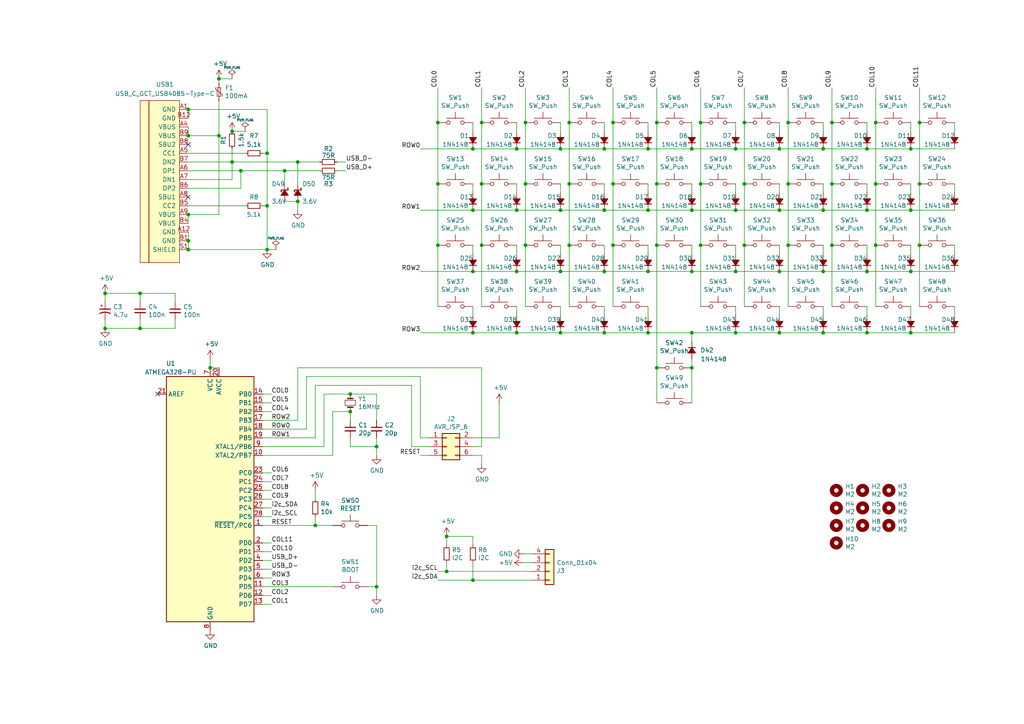
<source format=kicad_sch>
(kicad_sch (version 20211123) (generator eeschema)
  (paper "A4")
  (junction (at 238.76 43.18))
  (junction (at 109.22 170.18))
  (junction (at 213.36 43.18))
  (junction (at 30.48 85.09))
  (junction (at 54.61 72.39))
  (junction (at 226.06 78.74))
  (junction (at 177.8 71.12))
  (junction (at 187.96 43.18))
  (junction (at 241.3 71.12))
  (junction (at 266.7 71.12))
  (junction (at 77.47 72.39))
  (junction (at 91.44 152.4))
  (junction (at 137.16 78.74))
  (junction (at 30.48 95.25))
  (junction (at 67.31 46.99))
  (junction (at 177.8 35.56))
  (junction (at 266.7 35.56))
  (junction (at 187.96 78.74))
  (junction (at 63.5 22.86))
  (junction (at 190.5 106.68))
  (junction (at 254 53.34))
  (junction (at 127 53.34))
  (junction (at 129.54 165.735))
  (junction (at 177.8 53.34))
  (junction (at 187.96 96.52))
  (junction (at 139.7 35.56))
  (junction (at 238.76 78.74))
  (junction (at 139.7 71.12))
  (junction (at 203.2 35.56))
  (junction (at 251.46 96.52))
  (junction (at 149.86 60.96))
  (junction (at 264.16 60.96))
  (junction (at 238.76 96.52))
  (junction (at 149.86 96.52))
  (junction (at 254 35.56))
  (junction (at 54.61 62.23))
  (junction (at 241.3 35.56))
  (junction (at 203.2 53.34))
  (junction (at 264.16 43.18))
  (junction (at 101.6 114.3))
  (junction (at 77.47 59.69))
  (junction (at 139.7 53.34))
  (junction (at 109.22 129.54))
  (junction (at 190.5 35.56))
  (junction (at 149.86 78.74))
  (junction (at 190.5 71.12))
  (junction (at 241.3 53.34))
  (junction (at 40.64 85.09))
  (junction (at 137.16 96.52))
  (junction (at 69.85 49.53))
  (junction (at 152.4 35.56))
  (junction (at 203.2 71.12))
  (junction (at 175.26 96.52))
  (junction (at 215.9 35.56))
  (junction (at 86.36 58.42))
  (junction (at 77.47 44.45))
  (junction (at 165.1 53.34))
  (junction (at 264.16 96.52))
  (junction (at 200.66 43.18))
  (junction (at 226.06 60.96))
  (junction (at 215.9 71.12))
  (junction (at 264.16 78.74))
  (junction (at 187.96 60.96))
  (junction (at 162.56 43.18))
  (junction (at 190.5 53.34))
  (junction (at 228.6 71.12))
  (junction (at 213.36 60.96))
  (junction (at 40.64 95.25))
  (junction (at 200.66 106.68))
  (junction (at 129.54 155.575))
  (junction (at 137.16 60.96))
  (junction (at 215.9 53.34))
  (junction (at 149.86 43.18))
  (junction (at 213.36 78.74))
  (junction (at 162.56 60.96))
  (junction (at 254 71.12))
  (junction (at 67.31 38.1))
  (junction (at 251.46 43.18))
  (junction (at 127 35.56))
  (junction (at 82.55 49.53))
  (junction (at 226.06 43.18))
  (junction (at 127 71.12))
  (junction (at 60.96 106.68))
  (junction (at 175.26 78.74))
  (junction (at 200.66 78.74))
  (junction (at 226.06 96.52))
  (junction (at 200.66 60.96))
  (junction (at 175.26 60.96))
  (junction (at 162.56 78.74))
  (junction (at 63.5 39.37))
  (junction (at 165.1 35.56))
  (junction (at 137.16 43.18))
  (junction (at 213.36 96.52))
  (junction (at 86.36 46.99))
  (junction (at 152.4 53.34))
  (junction (at 165.1 71.12))
  (junction (at 228.6 35.56))
  (junction (at 251.46 78.74))
  (junction (at 228.6 53.34))
  (junction (at 152.4 71.12))
  (junction (at 137.16 168.275))
  (junction (at 54.61 69.85))
  (junction (at 200.66 96.52))
  (junction (at 266.7 53.34))
  (junction (at 54.61 39.37))
  (junction (at 162.56 96.52))
  (junction (at 101.6 119.38))
  (junction (at 251.46 60.96))
  (junction (at 175.26 43.18))
  (junction (at 54.61 31.75))
  (junction (at 238.76 60.96))
  (no_connect (at 45.72 114.3))
  (no_connect (at 54.61 41.91))
  (no_connect (at 54.61 57.15))
  (wire (pts (xy 88.9 109.22) (xy 121.92 109.22)))
  (wire (pts (xy 226.06 43.18) (xy 238.76 43.18)))
  (wire (pts (xy 226.06 71.12) (xy 226.06 73.66)))
  (wire (pts (xy 127 71.12) (xy 127 53.34)))
  (wire (pts (xy 50.8 85.09) (xy 50.8 87.63)))
  (wire (pts (xy 266.7 88.9) (xy 266.7 71.12)))
  (wire (pts (xy 177.8 88.9) (xy 177.8 71.12)))
  (wire (pts (xy 200.66 106.68) (xy 200.66 116.84)))
  (wire (pts (xy 139.7 132.08) (xy 139.7 134.62)))
  (wire (pts (xy 203.2 88.9) (xy 203.2 71.12)))
  (wire (pts (xy 213.36 78.74) (xy 226.06 78.74)))
  (wire (pts (xy 215.9 53.34) (xy 215.9 35.56)))
  (wire (pts (xy 76.2 147.32) (xy 78.74 147.32)))
  (wire (pts (xy 266.7 53.34) (xy 266.7 35.56)))
  (wire (pts (xy 76.2 162.56) (xy 78.74 162.56)))
  (wire (pts (xy 54.61 31.75) (xy 54.61 34.29)))
  (wire (pts (xy 177.8 35.56) (xy 177.8 25.4)))
  (wire (pts (xy 54.61 69.85) (xy 54.61 72.39)))
  (wire (pts (xy 67.31 46.99) (xy 86.36 46.99)))
  (wire (pts (xy 175.26 60.96) (xy 187.96 60.96)))
  (wire (pts (xy 162.56 71.12) (xy 162.56 73.66)))
  (wire (pts (xy 54.61 49.53) (xy 69.85 49.53)))
  (wire (pts (xy 238.76 88.9) (xy 238.76 91.44)))
  (wire (pts (xy 203.2 71.12) (xy 203.2 53.34)))
  (wire (pts (xy 149.86 96.52) (xy 162.56 96.52)))
  (wire (pts (xy 251.46 35.56) (xy 251.46 38.1)))
  (wire (pts (xy 200.66 78.74) (xy 213.36 78.74)))
  (wire (pts (xy 241.3 71.12) (xy 241.3 53.34)))
  (wire (pts (xy 162.56 35.56) (xy 162.56 38.1)))
  (wire (pts (xy 82.55 49.53) (xy 92.71 49.53)))
  (wire (pts (xy 149.86 71.12) (xy 149.86 73.66)))
  (wire (pts (xy 165.1 88.9) (xy 165.1 71.12)))
  (wire (pts (xy 121.92 78.74) (xy 137.16 78.74)))
  (wire (pts (xy 264.16 78.74) (xy 276.86 78.74)))
  (wire (pts (xy 124.46 132.08) (xy 121.92 132.08)))
  (wire (pts (xy 264.16 35.56) (xy 264.16 38.1)))
  (wire (pts (xy 238.76 43.18) (xy 251.46 43.18)))
  (wire (pts (xy 109.22 129.54) (xy 109.22 127)))
  (wire (pts (xy 96.52 119.38) (xy 96.52 132.08)))
  (wire (pts (xy 139.7 88.9) (xy 139.7 71.12)))
  (wire (pts (xy 175.26 88.9) (xy 175.26 91.44)))
  (wire (pts (xy 162.56 43.18) (xy 175.26 43.18)))
  (wire (pts (xy 162.56 96.52) (xy 175.26 96.52)))
  (wire (pts (xy 54.61 44.45) (xy 71.12 44.45)))
  (wire (pts (xy 266.7 71.12) (xy 266.7 53.34)))
  (wire (pts (xy 101.6 119.38) (xy 96.52 119.38)))
  (wire (pts (xy 251.46 71.12) (xy 251.46 73.66)))
  (wire (pts (xy 76.2 124.46) (xy 88.9 124.46)))
  (wire (pts (xy 40.64 95.25) (xy 30.48 95.25)))
  (wire (pts (xy 100.33 46.99) (xy 97.79 46.99)))
  (wire (pts (xy 30.48 85.09) (xy 30.48 87.63)))
  (wire (pts (xy 78.74 137.16) (xy 76.2 137.16)))
  (wire (pts (xy 238.76 96.52) (xy 251.46 96.52)))
  (wire (pts (xy 63.5 22.86) (xy 67.31 22.86)))
  (wire (pts (xy 276.86 35.56) (xy 276.86 38.1)))
  (wire (pts (xy 139.7 106.68) (xy 139.7 129.54)))
  (wire (pts (xy 60.96 106.68) (xy 63.5 106.68)))
  (wire (pts (xy 76.2 152.4) (xy 91.44 152.4)))
  (wire (pts (xy 91.44 144.78) (xy 91.44 142.24)))
  (wire (pts (xy 149.86 88.9) (xy 149.86 91.44)))
  (wire (pts (xy 100.33 49.53) (xy 97.79 49.53)))
  (wire (pts (xy 213.36 60.96) (xy 226.06 60.96)))
  (wire (pts (xy 152.4 88.9) (xy 152.4 71.12)))
  (wire (pts (xy 165.1 53.34) (xy 165.1 35.56)))
  (wire (pts (xy 101.6 119.38) (xy 101.6 121.92)))
  (wire (pts (xy 200.66 43.18) (xy 213.36 43.18)))
  (wire (pts (xy 151.765 163.195) (xy 154.305 163.195)))
  (wire (pts (xy 187.96 78.74) (xy 200.66 78.74)))
  (wire (pts (xy 30.48 85.09) (xy 40.64 85.09)))
  (wire (pts (xy 149.86 60.96) (xy 162.56 60.96)))
  (wire (pts (xy 152.4 35.56) (xy 152.4 25.4)))
  (wire (pts (xy 162.56 60.96) (xy 175.26 60.96)))
  (wire (pts (xy 54.61 46.99) (xy 67.31 46.99)))
  (wire (pts (xy 251.46 43.18) (xy 264.16 43.18)))
  (wire (pts (xy 137.16 132.08) (xy 139.7 132.08)))
  (wire (pts (xy 77.47 72.39) (xy 80.01 72.39)))
  (wire (pts (xy 121.92 60.96) (xy 137.16 60.96)))
  (wire (pts (xy 226.06 53.34) (xy 226.06 55.88)))
  (wire (pts (xy 213.36 88.9) (xy 213.36 91.44)))
  (wire (pts (xy 96.52 132.08) (xy 76.2 132.08)))
  (wire (pts (xy 251.46 53.34) (xy 251.46 55.88)))
  (wire (pts (xy 124.46 127) (xy 121.92 127)))
  (wire (pts (xy 50.8 92.71) (xy 50.8 95.25)))
  (wire (pts (xy 54.61 39.37) (xy 63.5 39.37)))
  (wire (pts (xy 93.98 114.3) (xy 93.98 129.54)))
  (wire (pts (xy 69.85 49.53) (xy 82.55 49.53)))
  (wire (pts (xy 254 35.56) (xy 254 25.4)))
  (wire (pts (xy 213.36 96.52) (xy 226.06 96.52)))
  (wire (pts (xy 76.2 127) (xy 91.44 127)))
  (wire (pts (xy 127 35.56) (xy 127 25.4)))
  (wire (pts (xy 71.12 38.1) (xy 67.31 38.1)))
  (wire (pts (xy 187.96 71.12) (xy 187.96 73.66)))
  (wire (pts (xy 127 88.9) (xy 127 71.12)))
  (wire (pts (xy 238.76 35.56) (xy 238.76 38.1)))
  (wire (pts (xy 276.86 53.34) (xy 276.86 55.88)))
  (wire (pts (xy 121.92 43.18) (xy 137.16 43.18)))
  (wire (pts (xy 144.78 127) (xy 137.16 127)))
  (wire (pts (xy 54.61 59.69) (xy 71.12 59.69)))
  (wire (pts (xy 76.2 149.86) (xy 78.74 149.86)))
  (wire (pts (xy 200.66 104.14) (xy 200.66 106.68)))
  (wire (pts (xy 149.86 53.34) (xy 149.86 55.88)))
  (wire (pts (xy 251.46 88.9) (xy 251.46 91.44)))
  (wire (pts (xy 254 53.34) (xy 254 35.56)))
  (wire (pts (xy 76.2 172.72) (xy 78.74 172.72)))
  (wire (pts (xy 76.2 167.64) (xy 78.74 167.64)))
  (wire (pts (xy 109.22 132.08) (xy 109.22 129.54)))
  (wire (pts (xy 86.36 46.99) (xy 92.71 46.99)))
  (wire (pts (xy 76.2 170.18) (xy 96.52 170.18)))
  (wire (pts (xy 213.36 35.56) (xy 213.36 38.1)))
  (wire (pts (xy 60.96 104.14) (xy 60.96 106.68)))
  (wire (pts (xy 119.38 111.76) (xy 91.44 111.76)))
  (wire (pts (xy 127 168.275) (xy 137.16 168.275)))
  (wire (pts (xy 175.26 43.18) (xy 187.96 43.18)))
  (wire (pts (xy 215.9 35.56) (xy 215.9 25.4)))
  (wire (pts (xy 54.61 52.07) (xy 67.31 52.07)))
  (wire (pts (xy 213.36 71.12) (xy 213.36 73.66)))
  (wire (pts (xy 139.7 35.56) (xy 139.7 25.4)))
  (wire (pts (xy 238.76 71.12) (xy 238.76 73.66)))
  (wire (pts (xy 228.6 35.56) (xy 228.6 25.4)))
  (wire (pts (xy 187.96 43.18) (xy 200.66 43.18)))
  (wire (pts (xy 251.46 78.74) (xy 264.16 78.74)))
  (wire (pts (xy 78.74 157.48) (xy 76.2 157.48)))
  (wire (pts (xy 91.44 111.76) (xy 91.44 127)))
  (wire (pts (xy 76.2 119.38) (xy 78.74 119.38)))
  (wire (pts (xy 264.16 88.9) (xy 264.16 91.44)))
  (wire (pts (xy 162.56 53.34) (xy 162.56 55.88)))
  (wire (pts (xy 215.9 88.9) (xy 215.9 71.12)))
  (wire (pts (xy 91.44 149.86) (xy 91.44 152.4)))
  (wire (pts (xy 101.6 127) (xy 101.6 129.54)))
  (wire (pts (xy 82.55 53.34) (xy 82.55 49.53)))
  (wire (pts (xy 200.66 35.56) (xy 200.66 38.1)))
  (wire (pts (xy 251.46 96.52) (xy 264.16 96.52)))
  (wire (pts (xy 254 88.9) (xy 254 71.12)))
  (wire (pts (xy 54.61 54.61) (xy 69.85 54.61)))
  (wire (pts (xy 137.16 129.54) (xy 139.7 129.54)))
  (wire (pts (xy 137.16 155.575) (xy 137.16 158.115)))
  (wire (pts (xy 129.54 155.575) (xy 129.54 158.115)))
  (wire (pts (xy 50.8 95.25) (xy 40.64 95.25)))
  (wire (pts (xy 40.64 92.71) (xy 40.64 95.25)))
  (wire (pts (xy 76.2 139.7) (xy 78.74 139.7)))
  (wire (pts (xy 139.7 53.34) (xy 139.7 35.56)))
  (wire (pts (xy 187.96 88.9) (xy 187.96 91.44)))
  (wire (pts (xy 276.86 71.12) (xy 276.86 73.66)))
  (wire (pts (xy 127 53.34) (xy 127 35.56)))
  (wire (pts (xy 162.56 88.9) (xy 162.56 91.44)))
  (wire (pts (xy 67.31 52.07) (xy 67.31 46.99)))
  (wire (pts (xy 200.66 96.52) (xy 213.36 96.52)))
  (wire (pts (xy 238.76 60.96) (xy 251.46 60.96)))
  (wire (pts (xy 190.5 53.34) (xy 190.5 35.56)))
  (wire (pts (xy 121.92 96.52) (xy 137.16 96.52)))
  (wire (pts (xy 137.16 60.96) (xy 149.86 60.96)))
  (wire (pts (xy 88.9 124.46) (xy 88.9 109.22)))
  (wire (pts (xy 226.06 96.52) (xy 238.76 96.52)))
  (wire (pts (xy 54.61 67.31) (xy 54.61 69.85)))
  (wire (pts (xy 264.16 96.52) (xy 276.86 96.52)))
  (wire (pts (xy 40.64 85.09) (xy 50.8 85.09)))
  (wire (pts (xy 76.2 114.3) (xy 78.74 114.3)))
  (wire (pts (xy 149.86 78.74) (xy 162.56 78.74)))
  (wire (pts (xy 175.26 96.52) (xy 187.96 96.52)))
  (wire (pts (xy 200.66 60.96) (xy 213.36 60.96)))
  (wire (pts (xy 106.68 152.4) (xy 109.22 152.4)))
  (wire (pts (xy 137.16 96.52) (xy 149.86 96.52)))
  (wire (pts (xy 137.16 163.195) (xy 137.16 168.275)))
  (wire (pts (xy 251.46 60.96) (xy 264.16 60.96)))
  (wire (pts (xy 137.16 53.34) (xy 137.16 55.88)))
  (wire (pts (xy 264.16 71.12) (xy 264.16 73.66)))
  (wire (pts (xy 187.96 96.52) (xy 200.66 96.52)))
  (wire (pts (xy 54.61 31.75) (xy 77.47 31.75)))
  (wire (pts (xy 137.16 88.9) (xy 137.16 91.44)))
  (wire (pts (xy 187.96 35.56) (xy 187.96 38.1)))
  (wire (pts (xy 190.5 106.68) (xy 190.5 116.84)))
  (wire (pts (xy 177.8 53.34) (xy 177.8 35.56)))
  (wire (pts (xy 101.6 129.54) (xy 109.22 129.54)))
  (wire (pts (xy 139.7 71.12) (xy 139.7 53.34)))
  (wire (pts (xy 226.06 35.56) (xy 226.06 38.1)))
  (wire (pts (xy 54.61 36.83) (xy 54.61 39.37)))
  (wire (pts (xy 266.7 35.56) (xy 266.7 25.4)))
  (wire (pts (xy 175.26 35.56) (xy 175.26 38.1)))
  (wire (pts (xy 175.26 78.74) (xy 187.96 78.74)))
  (wire (pts (xy 86.36 53.34) (xy 86.36 46.99)))
  (wire (pts (xy 187.96 60.96) (xy 200.66 60.96)))
  (wire (pts (xy 76.2 165.1) (xy 78.74 165.1)))
  (wire (pts (xy 77.47 59.69) (xy 77.47 72.39)))
  (wire (pts (xy 215.9 71.12) (xy 215.9 53.34)))
  (wire (pts (xy 109.22 170.18) (xy 109.22 172.72)))
  (wire (pts (xy 76.2 175.26) (xy 78.74 175.26)))
  (wire (pts (xy 137.16 43.18) (xy 149.86 43.18)))
  (wire (pts (xy 238.76 53.34) (xy 238.76 55.88)))
  (wire (pts (xy 200.66 99.06) (xy 200.66 96.52)))
  (wire (pts (xy 82.55 58.42) (xy 86.36 58.42)))
  (wire (pts (xy 190.5 35.56) (xy 190.5 25.4)))
  (wire (pts (xy 152.4 53.34) (xy 152.4 35.56)))
  (wire (pts (xy 129.54 165.735) (xy 127 165.735)))
  (wire (pts (xy 241.3 35.56) (xy 241.3 25.4)))
  (wire (pts (xy 76.2 44.45) (xy 77.47 44.45)))
  (wire (pts (xy 137.16 71.12) (xy 137.16 73.66)))
  (wire (pts (xy 54.61 64.77) (xy 54.61 62.23)))
  (wire (pts (xy 109.22 114.3) (xy 109.22 121.92)))
  (wire (pts (xy 149.86 35.56) (xy 149.86 38.1)))
  (wire (pts (xy 86.36 106.68) (xy 139.7 106.68)))
  (wire (pts (xy 76.2 121.92) (xy 86.36 121.92)))
  (wire (pts (xy 165.1 35.56) (xy 165.1 25.4)))
  (wire (pts (xy 200.66 71.12) (xy 200.66 73.66)))
  (wire (pts (xy 175.26 53.34) (xy 175.26 55.88)))
  (wire (pts (xy 203.2 53.34) (xy 203.2 35.56)))
  (wire (pts (xy 76.2 160.02) (xy 78.74 160.02)))
  (wire (pts (xy 264.16 53.34) (xy 264.16 55.88)))
  (wire (pts (xy 175.26 71.12) (xy 175.26 73.66)))
  (wire (pts (xy 213.36 43.18) (xy 226.06 43.18)))
  (wire (pts (xy 165.1 71.12) (xy 165.1 53.34)))
  (wire (pts (xy 226.06 88.9) (xy 226.06 91.44)))
  (wire (pts (xy 40.64 85.09) (xy 40.64 87.63)))
  (wire (pts (xy 241.3 88.9) (xy 241.3 71.12)))
  (wire (pts (xy 93.98 129.54) (xy 76.2 129.54)))
  (wire (pts (xy 228.6 53.34) (xy 228.6 35.56)))
  (wire (pts (xy 121.92 109.22) (xy 121.92 127)))
  (wire (pts (xy 254 71.12) (xy 254 53.34)))
  (wire (pts (xy 137.16 78.74) (xy 149.86 78.74)))
  (wire (pts (xy 144.78 116.84) (xy 144.78 127)))
  (wire (pts (xy 187.96 53.34) (xy 187.96 55.88)))
  (wire (pts (xy 190.5 71.12) (xy 190.5 53.34)))
  (wire (pts (xy 54.61 62.23) (xy 63.5 62.23)))
  (wire (pts (xy 226.06 78.74) (xy 238.76 78.74)))
  (wire (pts (xy 69.85 54.61) (xy 69.85 49.53)))
  (wire (pts (xy 93.98 114.3) (xy 101.6 114.3)))
  (wire (pts (xy 152.4 71.12) (xy 152.4 53.34)))
  (wire (pts (xy 63.5 22.86) (xy 63.5 24.13)))
  (wire (pts (xy 30.48 92.71) (xy 30.48 95.25)))
  (wire (pts (xy 77.47 44.45) (xy 77.47 59.69)))
  (wire (pts (xy 228.6 88.9) (xy 228.6 71.12)))
  (wire (pts (xy 190.5 71.12) (xy 190.5 106.68)))
  (wire (pts (xy 213.36 53.34) (xy 213.36 55.88)))
  (wire (pts (xy 200.66 53.34) (xy 200.66 55.88)))
  (wire (pts (xy 238.76 78.74) (xy 251.46 78.74)))
  (wire (pts (xy 129.54 155.575) (xy 137.16 155.575)))
  (wire (pts (xy 106.68 170.18) (xy 109.22 170.18)))
  (wire (pts (xy 241.3 53.34) (xy 241.3 35.56)))
  (wire (pts (xy 276.86 88.9) (xy 276.86 91.44)))
  (wire (pts (xy 76.2 116.84) (xy 78.74 116.84)))
  (wire (pts (xy 119.38 129.54) (xy 124.46 129.54)))
  (wire (pts (xy 101.6 114.3) (xy 109.22 114.3)))
  (wire (pts (xy 264.16 43.18) (xy 276.86 43.18)))
  (wire (pts (xy 149.86 43.18) (xy 162.56 43.18)))
  (wire (pts (xy 151.765 160.655) (xy 154.305 160.655)))
  (wire (pts (xy 264.16 60.96) (xy 276.86 60.96)))
  (wire (pts (xy 63.5 39.37) (xy 63.5 62.23)))
  (wire (pts (xy 67.31 43.18) (xy 67.31 46.99)))
  (wire (pts (xy 119.38 129.54) (xy 119.38 111.76)))
  (wire (pts (xy 203.2 35.56) (xy 203.2 25.4)))
  (wire (pts (xy 137.16 35.56) (xy 137.16 38.1)))
  (wire (pts (xy 129.54 165.735) (xy 154.305 165.735)))
  (wire (pts (xy 76.2 142.24) (xy 78.74 142.24)))
  (wire (pts (xy 226.06 60.96) (xy 238.76 60.96)))
  (wire (pts (xy 228.6 71.12) (xy 228.6 53.34)))
  (wire (pts (xy 54.61 72.39) (xy 77.47 72.39)))
  (wire (pts (xy 86.36 121.92) (xy 86.36 106.68)))
  (wire (pts (xy 91.44 152.4) (xy 96.52 152.4)))
  (wire (pts (xy 76.2 59.69) (xy 77.47 59.69)))
  (wire (pts (xy 77.47 31.75) (xy 77.47 44.45)))
  (wire (pts (xy 76.2 144.78) (xy 78.74 144.78)))
  (wire (pts (xy 137.16 168.275) (xy 154.305 168.275)))
  (wire (pts (xy 63.5 39.37) (xy 63.5 29.21)))
  (wire (pts (xy 129.54 163.195) (xy 129.54 165.735)))
  (wire (pts (xy 86.36 60.96) (xy 86.36 58.42)))
  (wire (pts (xy 162.56 78.74) (xy 175.26 78.74)))
  (wire (pts (xy 109.22 152.4) (xy 109.22 170.18)))
  (wire (pts (xy 177.8 71.12) (xy 177.8 53.34)))
  (label "COL0" (at 127 25.4 90))
  (label "COL6" (at 203.2 25.4 90))
  (label "i2c_SDA" (at 78.74 147.32 0))
  (label "USB_D+" (at 78.74 162.56 0))
  (label "ROW1" (at 78.74 127 0))
  (label "COL6" (at 78.74 137.16 0))
  (label "ROW0" (at 121.92 43.18 180))
  (label "COL5" (at 78.74 116.84 0))
  (label "i2c_SDA" (at 127 168.275 180))
  (label "COL11" (at 266.7 25.4 90))
  (label "COL9" (at 78.74 144.78 0))
  (label "USB_D-" (at 78.74 165.1 0))
  (label "COL8" (at 228.6 25.4 90))
  (label "USB_D-" (at 100.33 46.99 0))
  (label "ROW2" (at 121.92 78.74 180))
  (label "COL7" (at 78.74 139.7 0))
  (label "i2c_SCL" (at 127 165.735 180))
  (label "COL3" (at 78.74 170.18 0))
  (label "COL3" (at 165.1 25.4 90))
  (label "USB_D+" (at 100.33 49.53 0))
  (label "COL2" (at 152.4 25.4 90))
  (label "COL10" (at 78.74 160.02 0))
  (label "ROW1" (at 121.92 60.96 180))
  (label "COL7" (at 215.9 25.4 90))
  (label "COL1" (at 139.7 25.4 90))
  (label "ROW0" (at 78.74 124.46 0))
  (label "COL5" (at 190.5 25.4 90))
  (label "COL2" (at 78.74 172.72 0))
  (label "COL11" (at 78.74 157.48 0))
  (label "COL4" (at 177.8 25.4 90))
  (label "i2c_SCL" (at 78.74 149.86 0))
  (label "ROW3" (at 78.74 167.64 0))
  (label "COL9" (at 241.3 25.4 90))
  (label "RESET" (at 78.74 152.4 0))
  (label "COL0" (at 78.74 114.3 0))
  (label "ROW2" (at 78.74 121.92 0))
  (label "COL8" (at 78.74 142.24 0))
  (label "COL4" (at 78.74 119.38 0))
  (label "COL10" (at 254 25.4 90))
  (label "RESET" (at 121.92 132.08 180))
  (label "ROW3" (at 121.92 96.52 180))
  (label "COL1" (at 78.74 175.26 0))
  (symbol (lib_id "Switch:SW_Push") (at 132.08 35.56 0) (mirror y) (unit 1)
    (property "Reference" "SW1" (at 132.08 28.321 0))
    (property "Value" "SW_Push" (at 132.08 30.6324 0))
    (property "Footprint" "SMKJP:SW_Cherry_MX1A_1.00u_PCB" (effects hide))
  )
  (symbol (lib_id "Device:D_Small_ALT") (at 137.16 40.64 270) (mirror x) (unit 1)
    (property "Reference" "D1" (at 133.35 39.37 90) (effects (justify left)))
    (property "Value" "1N4148" (at 128.27 41.91 90) (effects (justify left)))
    (property "Footprint" "dm9_rc:D_DO-35_SOD27_P5.08mm_Horizontal" (effects hide))
  )
  (symbol (lib_id "Switch:SW_Push") (at 195.58 116.84 0) (mirror y) (unit 1)
    (property "Reference" "SW49" (at 195.58 109.601 0))
    (property "Value" "SW_Push" (at 195.58 111.9124 0))
    (property "Footprint" "SMKJP:SW_Cherry_MX1A_2.0U_PCB_universal_center" (effects hide))
  )
  (symbol (lib_id "Switch:SW_Push") (at 132.08 53.34 0) (mirror y) (unit 1)
    (property "Reference" "SW13" (at 132.08 46.101 0))
    (property "Value" "SW_Push" (at 132.08 48.4124 0))
    (property "Footprint" "SMKJP:SW_Cherry_MX1A_1.00u_PCB" (effects hide))
  )
  (symbol (lib_id "Device:D_Small_ALT") (at 137.16 58.42 270) (mirror x) (unit 1)
    (property "Reference" "D13" (at 133.35 57.15 90) (effects (justify left)))
    (property "Value" "1N4148" (at 128.27 59.69 90) (effects (justify left)))
    (property "Footprint" "dm9_rc:D_DO-35_SOD27_P5.08mm_Horizontal" (effects hide))
  )
  (symbol (lib_id "Switch:SW_Push") (at 132.08 71.12 0) (mirror y) (unit 1)
    (property "Reference" "SW25" (at 132.08 63.881 0))
    (property "Value" "SW_Push" (at 132.08 66.1924 0))
    (property "Footprint" "SMKJP:SW_Cherry_MX1A_1.00u_PCB" (effects hide))
  )
  (symbol (lib_id "Device:D_Small_ALT") (at 137.16 76.2 270) (mirror x) (unit 1)
    (property "Reference" "D25" (at 133.35 74.93 90) (effects (justify left)))
    (property "Value" "1N4148" (at 128.27 77.47 90) (effects (justify left)))
    (property "Footprint" "dm9_rc:D_DO-35_SOD27_P5.08mm_Horizontal" (effects hide))
  )
  (symbol (lib_id "Switch:SW_Push") (at 132.08 88.9 0) (mirror y) (unit 1)
    (property "Reference" "SW37" (at 132.08 81.661 0))
    (property "Value" "SW_Push" (at 132.08 83.9724 0))
    (property "Footprint" "SMKJP:SW_Cherry_MX1A_1.00u_PCB" (effects hide))
  )
  (symbol (lib_id "Device:D_Small_ALT") (at 137.16 93.98 270) (mirror x) (unit 1)
    (property "Reference" "D37" (at 133.35 92.71 90) (effects (justify left)))
    (property "Value" "1N4148" (at 128.27 95.25 90) (effects (justify left)))
    (property "Footprint" "dm9_rc:D_DO-35_SOD27_P5.08mm_Horizontal" (effects hide))
  )
  (symbol (lib_id "power:PWR_FLAG") (at 67.31 22.86 0) (unit 1)
    (property "Reference" "#FLG0101" (effects hide))
    (property "Value" "PWR_FLAG" (at 67.31 19.5834 0) (effects (font (size 0.635 0.635))))
  )
  (symbol (lib_id "power:PWR_FLAG") (at 80.01 72.39 0) (unit 1)
    (property "Reference" "#FLG0102" (effects hide))
    (property "Value" "PWR_FLAG" (at 80.01 69.1134 0) (effects (font (size 0.635 0.635))))
  )
  (symbol (lib_id "Mechanical:MountingHole") (at 257.81 142.24 0) (unit 1)
    (property "Reference" "H3" (at 260.35 141.0716 0) (effects (justify left)))
    (property "Value" "M2" (at 260.35 143.383 0) (effects (justify left)))
    (property "Footprint" "Mounting_Holes:MountingHole_2.2mm_M2_Pad" (effects hide))
  )
  (symbol (lib_id "Mechanical:MountingHole") (at 257.81 147.32 0) (unit 1)
    (property "Reference" "H6" (at 260.35 146.1516 0) (effects (justify left)))
    (property "Value" "M2" (at 260.35 148.463 0) (effects (justify left)))
    (property "Footprint" "Mounting_Holes:MountingHole_2.2mm_M2_Pad" (effects hide))
  )
  (symbol (lib_id "power:PWR_FLAG") (at 71.12 38.1 0) (unit 1)
    (property "Reference" "#FLG0103" (effects hide))
    (property "Value" "PWR_FLAG" (at 71.12 34.8234 0) (effects (font (size 0.635 0.635))))
  )
  (symbol (lib_id "Mechanical:MountingHole") (at 242.57 142.24 0) (unit 1)
    (property "Reference" "H1" (at 245.11 141.0716 0) (effects (justify left)))
    (property "Value" "M2" (at 245.11 143.383 0) (effects (justify left)))
    (property "Footprint" "Mounting_Holes:MountingHole_2.2mm_M2_Pad" (effects hide))
  )
  (symbol (lib_id "Mechanical:MountingHole") (at 242.57 147.32 0) (unit 1)
    (property "Reference" "H4" (at 245.11 146.1516 0) (effects (justify left)))
    (property "Value" "M2" (at 245.11 148.463 0) (effects (justify left)))
    (property "Footprint" "Mounting_Holes:MountingHole_2.2mm_M2_Pad" (effects hide))
  )
  (symbol (lib_id "Mechanical:MountingHole") (at 242.57 152.4 0) (unit 1)
    (property "Reference" "H7" (at 245.11 151.2316 0) (effects (justify left)))
    (property "Value" "M2" (at 245.11 153.543 0) (effects (justify left)))
    (property "Footprint" "Mounting_Holes:MountingHole_2.2mm_M2_Pad" (effects hide))
  )
  (symbol (lib_id "Mechanical:MountingHole") (at 257.81 152.4 0) (unit 1)
    (property "Reference" "H9" (at 260.35 151.2316 0) (effects (justify left)))
    (property "Value" "M2" (at 260.35 153.543 0) (effects (justify left)))
    (property "Footprint" "Mounting_Holes:MountingHole_2.2mm_M2_Pad" (effects hide))
  )
  (symbol (lib_id "Mechanical:MountingHole") (at 250.19 142.24 0) (unit 1)
    (property "Reference" "H2" (at 252.73 141.0716 0) (effects (justify left)))
    (property "Value" "M2" (at 252.73 143.383 0) (effects (justify left)))
    (property "Footprint" "Mounting_Holes:MountingHole_2.2mm_M2_Pad" (effects hide))
  )
  (symbol (lib_id "Mechanical:MountingHole") (at 250.19 147.32 0) (unit 1)
    (property "Reference" "H5" (at 252.73 146.1516 0) (effects (justify left)))
    (property "Value" "M2" (at 252.73 148.463 0) (effects (justify left)))
    (property "Footprint" "Mounting_Holes:MountingHole_2.2mm_M2_Pad" (effects hide))
  )
  (symbol (lib_id "Mechanical:MountingHole") (at 250.19 152.4 0) (unit 1)
    (property "Reference" "H8" (at 252.73 151.2316 0) (effects (justify left)))
    (property "Value" "M2" (at 252.73 153.543 0) (effects (justify left)))
    (property "Footprint" "Mounting_Holes:MountingHole_2.2mm_M2_Pad" (effects hide))
  )
  (symbol (lib_id "Mechanical:MountingHole") (at 242.57 157.48 0) (unit 1)
    (property "Reference" "H10" (at 245.11 156.3116 0) (effects (justify left)))
    (property "Value" "M2" (at 245.11 158.623 0) (effects (justify left)))
    (property "Footprint" "Mounting_Holes:MountingHole_2.2mm_M2_Pad" (effects hide))
  )
  (symbol (lib_id "power:+5V") (at 30.48 85.09 0) (unit 1)
    (property "Reference" "#PWR011" (effects hide))
    (property "Value" "+5V" (at 30.861 80.6958 0))
  )
  (symbol (lib_id "Switch:SW_Push") (at 144.78 35.56 0) (mirror y) (unit 1)
    (property "Reference" "SW2" (at 144.78 28.321 0))
    (property "Value" "SW_Push" (at 144.78 30.6324 0))
    (property "Footprint" "SMKJP:SW_Cherry_MX1A_1.00u_PCB" (effects hide))
  )
  (symbol (lib_id "Device:D_Small_ALT") (at 149.86 40.64 270) (mirror x) (unit 1)
    (property "Reference" "D2" (at 146.05 39.37 90) (effects (justify left)))
    (property "Value" "1N4148" (at 140.97 41.91 90) (effects (justify left)))
    (property "Footprint" "dm9_rc:D_DO-35_SOD27_P5.08mm_Horizontal" (effects hide))
  )
  (symbol (lib_id "Switch:SW_Push") (at 144.78 53.34 0) (mirror y) (unit 1)
    (property "Reference" "SW14" (at 144.78 46.101 0))
    (property "Value" "SW_Push" (at 144.78 48.4124 0))
    (property "Footprint" "SMKJP:SW_Cherry_MX1A_1.00u_PCB" (effects hide))
  )
  (symbol (lib_id "Device:D_Small_ALT") (at 149.86 58.42 270) (mirror x) (unit 1)
    (property "Reference" "D14" (at 146.05 57.15 90) (effects (justify left)))
    (property "Value" "1N4148" (at 140.97 59.69 90) (effects (justify left)))
    (property "Footprint" "dm9_rc:D_DO-35_SOD27_P5.08mm_Horizontal" (effects hide))
  )
  (symbol (lib_id "Switch:SW_Push") (at 144.78 71.12 0) (mirror y) (unit 1)
    (property "Reference" "SW26" (at 144.78 63.881 0))
    (property "Value" "SW_Push" (at 144.78 66.1924 0))
    (property "Footprint" "SMKJP:SW_Cherry_MX1A_1.00u_PCB" (effects hide))
  )
  (symbol (lib_id "Device:D_Small_ALT") (at 149.86 76.2 270) (mirror x) (unit 1)
    (property "Reference" "D26" (at 146.05 74.93 90) (effects (justify left)))
    (property "Value" "1N4148" (at 140.97 77.47 90) (effects (justify left)))
    (property "Footprint" "dm9_rc:D_DO-35_SOD27_P5.08mm_Horizontal" (effects hide))
  )
  (symbol (lib_id "Switch:SW_Push") (at 144.78 88.9 0) (mirror y) (unit 1)
    (property "Reference" "SW38" (at 144.78 81.661 0))
    (property "Value" "SW_Push" (at 144.78 83.9724 0))
    (property "Footprint" "SMKJP:SW_Cherry_MX1A_1.00u_PCB" (effects hide))
  )
  (symbol (lib_id "Device:D_Small_ALT") (at 149.86 93.98 270) (mirror x) (unit 1)
    (property "Reference" "D38" (at 146.05 92.71 90) (effects (justify left)))
    (property "Value" "1N4148" (at 140.97 95.25 90) (effects (justify left)))
    (property "Footprint" "dm9_rc:D_DO-35_SOD27_P5.08mm_Horizontal" (effects hide))
  )
  (symbol (lib_id "Switch:SW_Push") (at 157.48 35.56 0) (mirror y) (unit 1)
    (property "Reference" "SW3" (at 157.48 28.321 0))
    (property "Value" "SW_Push" (at 157.48 30.6324 0))
    (property "Footprint" "SMKJP:SW_Cherry_MX1A_1.00u_PCB" (effects hide))
  )
  (symbol (lib_id "Device:D_Small_ALT") (at 162.56 40.64 270) (mirror x) (unit 1)
    (property "Reference" "D3" (at 158.75 39.37 90) (effects (justify left)))
    (property "Value" "1N4148" (at 153.67 41.91 90) (effects (justify left)))
    (property "Footprint" "dm9_rc:D_DO-35_SOD27_P5.08mm_Horizontal" (effects hide))
  )
  (symbol (lib_id "Switch:SW_Push") (at 157.48 53.34 0) (mirror y) (unit 1)
    (property "Reference" "SW15" (at 157.48 46.101 0))
    (property "Value" "SW_Push" (at 157.48 48.4124 0))
    (property "Footprint" "SMKJP:SW_Cherry_MX1A_1.00u_PCB" (effects hide))
  )
  (symbol (lib_id "Device:D_Small_ALT") (at 162.56 58.42 270) (mirror x) (unit 1)
    (property "Reference" "D15" (at 158.75 57.15 90) (effects (justify left)))
    (property "Value" "1N4148" (at 153.67 59.69 90) (effects (justify left)))
    (property "Footprint" "dm9_rc:D_DO-35_SOD27_P5.08mm_Horizontal" (effects hide))
  )
  (symbol (lib_id "Switch:SW_Push") (at 157.48 71.12 0) (mirror y) (unit 1)
    (property "Reference" "SW27" (at 157.48 63.881 0))
    (property "Value" "SW_Push" (at 157.48 66.1924 0))
    (property "Footprint" "SMKJP:SW_Cherry_MX1A_1.00u_PCB" (effects hide))
  )
  (symbol (lib_id "Device:D_Small_ALT") (at 162.56 76.2 270) (mirror x) (unit 1)
    (property "Reference" "D27" (at 158.75 74.93 90) (effects (justify left)))
    (property "Value" "1N4148" (at 153.67 77.47 90) (effects (justify left)))
    (property "Footprint" "dm9_rc:D_DO-35_SOD27_P5.08mm_Horizontal" (effects hide))
  )
  (symbol (lib_id "Switch:SW_Push") (at 157.48 88.9 0) (mirror y) (unit 1)
    (property "Reference" "SW39" (at 157.48 81.661 0))
    (property "Value" "SW_Push" (at 157.48 83.9724 0))
    (property "Footprint" "SMKJP:SW_Cherry_MX1A_1.00u_PCB" (effects hide))
  )
  (symbol (lib_id "Device:D_Small_ALT") (at 162.56 93.98 270) (mirror x) (unit 1)
    (property "Reference" "D39" (at 158.75 92.71 90) (effects (justify left)))
    (property "Value" "1N4148" (at 153.67 95.25 90) (effects (justify left)))
    (property "Footprint" "dm9_rc:D_DO-35_SOD27_P5.08mm_Horizontal" (effects hide))
  )
  (symbol (lib_id "Switch:SW_Push") (at 170.18 35.56 0) (mirror y) (unit 1)
    (property "Reference" "SW4" (at 170.18 28.321 0))
    (property "Value" "SW_Push" (at 170.18 30.6324 0))
    (property "Footprint" "SMKJP:SW_Cherry_MX1A_1.00u_PCB" (effects hide))
  )
  (symbol (lib_id "Device:D_Small_ALT") (at 175.26 40.64 270) (mirror x) (unit 1)
    (property "Reference" "D4" (at 171.45 39.37 90) (effects (justify left)))
    (property "Value" "1N4148" (at 166.37 41.91 90) (effects (justify left)))
    (property "Footprint" "dm9_rc:D_DO-35_SOD27_P5.08mm_Horizontal" (effects hide))
  )
  (symbol (lib_id "Switch:SW_Push") (at 170.18 53.34 0) (mirror y) (unit 1)
    (property "Reference" "SW16" (at 170.18 46.101 0))
    (property "Value" "SW_Push" (at 170.18 48.4124 0))
    (property "Footprint" "SMKJP:SW_Cherry_MX1A_1.00u_PCB" (effects hide))
  )
  (symbol (lib_id "Device:D_Small_ALT") (at 175.26 58.42 270) (mirror x) (unit 1)
    (property "Reference" "D16" (at 171.45 57.15 90) (effects (justify left)))
    (property "Value" "1N4148" (at 166.37 59.69 90) (effects (justify left)))
    (property "Footprint" "dm9_rc:D_DO-35_SOD27_P5.08mm_Horizontal" (effects hide))
  )
  (symbol (lib_id "Switch:SW_Push") (at 170.18 71.12 0) (mirror y) (unit 1)
    (property "Reference" "SW28" (at 170.18 63.881 0))
    (property "Value" "SW_Push" (at 170.18 66.1924 0))
    (property "Footprint" "SMKJP:SW_Cherry_MX1A_1.00u_PCB" (effects hide))
  )
  (symbol (lib_id "Device:D_Small_ALT") (at 175.26 76.2 270) (mirror x) (unit 1)
    (property "Reference" "D28" (at 171.45 74.93 90) (effects (justify left)))
    (property "Value" "1N4148" (at 166.37 77.47 90) (effects (justify left)))
    (property "Footprint" "dm9_rc:D_DO-35_SOD27_P5.08mm_Horizontal" (effects hide))
  )
  (symbol (lib_id "Switch:SW_Push") (at 170.18 88.9 0) (mirror y) (unit 1)
    (property "Reference" "SW40" (at 170.18 81.661 0))
    (property "Value" "SW_Push" (at 170.18 83.9724 0))
    (property "Footprint" "SMKJP:SW_Cherry_MX1A_1.00u_PCB" (effects hide))
  )
  (symbol (lib_id "Device:D_Small_ALT") (at 175.26 93.98 270) (mirror x) (unit 1)
    (property "Reference" "D40" (at 171.45 92.71 90) (effects (justify left)))
    (property "Value" "1N4148" (at 166.37 95.25 90) (effects (justify left)))
    (property "Footprint" "dm9_rc:D_DO-35_SOD27_P5.08mm_Horizontal" (effects hide))
  )
  (symbol (lib_id "Switch:SW_Push") (at 182.88 35.56 0) (mirror y) (unit 1)
    (property "Reference" "SW5" (at 182.88 28.321 0))
    (property "Value" "SW_Push" (at 182.88 30.6324 0))
    (property "Footprint" "SMKJP:SW_Cherry_MX1A_1.00u_PCB" (effects hide))
  )
  (symbol (lib_id "Device:D_Small_ALT") (at 187.96 40.64 270) (mirror x) (unit 1)
    (property "Reference" "D5" (at 184.15 39.37 90) (effects (justify left)))
    (property "Value" "1N4148" (at 179.07 41.91 90) (effects (justify left)))
    (property "Footprint" "dm9_rc:D_DO-35_SOD27_P5.08mm_Horizontal" (effects hide))
  )
  (symbol (lib_id "Switch:SW_Push") (at 182.88 53.34 0) (mirror y) (unit 1)
    (property "Reference" "SW17" (at 182.88 46.101 0))
    (property "Value" "SW_Push" (at 182.88 48.4124 0))
    (property "Footprint" "SMKJP:SW_Cherry_MX1A_1.00u_PCB" (effects hide))
  )
  (symbol (lib_id "Device:D_Small_ALT") (at 187.96 58.42 270) (mirror x) (unit 1)
    (property "Reference" "D17" (at 184.15 57.15 90) (effects (justify left)))
    (property "Value" "1N4148" (at 179.07 59.69 90) (effects (justify left)))
    (property "Footprint" "dm9_rc:D_DO-35_SOD27_P5.08mm_Horizontal" (effects hide))
  )
  (symbol (lib_id "Switch:SW_Push") (at 182.88 71.12 0) (mirror y) (unit 1)
    (property "Reference" "SW29" (at 182.88 63.881 0))
    (property "Value" "SW_Push" (at 182.88 66.1924 0))
    (property "Footprint" "SMKJP:SW_Cherry_MX1A_1.00u_PCB" (effects hide))
  )
  (symbol (lib_id "Device:D_Small_ALT") (at 187.96 76.2 270) (mirror x) (unit 1)
    (property "Reference" "D29" (at 184.15 74.93 90) (effects (justify left)))
    (property "Value" "1N4148" (at 179.07 77.47 90) (effects (justify left)))
    (property "Footprint" "dm9_rc:D_DO-35_SOD27_P5.08mm_Horizontal" (effects hide))
  )
  (symbol (lib_id "Switch:SW_Push") (at 182.88 88.9 0) (mirror y) (unit 1)
    (property "Reference" "SW41" (at 182.88 81.661 0))
    (property "Value" "SW_Push" (at 182.88 83.9724 0))
    (property "Footprint" "SMKJP:SW_Cherry_MX1A_1.00u_PCB" (effects hide))
  )
  (symbol (lib_id "Device:D_Small_ALT") (at 187.96 93.98 270) (mirror x) (unit 1)
    (property "Reference" "D41" (at 184.15 92.71 90) (effects (justify left)))
    (property "Value" "1N4148" (at 179.07 95.25 90) (effects (justify left)))
    (property "Footprint" "dm9_rc:D_DO-35_SOD27_P5.08mm_Horizontal" (effects hide))
  )
  (symbol (lib_id "Switch:SW_Push") (at 195.58 35.56 0) (mirror y) (unit 1)
    (property "Reference" "SW6" (at 195.58 28.321 0))
    (property "Value" "SW_Push" (at 195.58 30.6324 0))
    (property "Footprint" "SMKJP:SW_Cherry_MX1A_1.00u_PCB" (effects hide))
  )
  (symbol (lib_id "Device:D_Small_ALT") (at 200.66 40.64 270) (mirror x) (unit 1)
    (property "Reference" "D6" (at 196.85 39.37 90) (effects (justify left)))
    (property "Value" "1N4148" (at 191.77 41.91 90) (effects (justify left)))
    (property "Footprint" "dm9_rc:D_DO-35_SOD27_P5.08mm_Horizontal" (effects hide))
  )
  (symbol (lib_id "Switch:SW_Push") (at 195.58 53.34 0) (mirror y) (unit 1)
    (property "Reference" "SW18" (at 195.58 46.101 0))
    (property "Value" "SW_Push" (at 195.58 48.4124 0))
    (property "Footprint" "SMKJP:SW_Cherry_MX1A_1.00u_PCB" (effects hide))
  )
  (symbol (lib_id "Device:D_Small_ALT") (at 200.66 58.42 270) (mirror x) (unit 1)
    (property "Reference" "D18" (at 196.85 57.15 90) (effects (justify left)))
    (property "Value" "1N4148" (at 191.77 59.69 90) (effects (justify left)))
    (property "Footprint" "dm9_rc:D_DO-35_SOD27_P5.08mm_Horizontal" (effects hide))
  )
  (symbol (lib_id "Switch:SW_Push") (at 195.58 71.12 0) (mirror y) (unit 1)
    (property "Reference" "SW30" (at 195.58 63.881 0))
    (property "Value" "SW_Push" (at 195.58 66.1924 0))
    (property "Footprint" "SMKJP:SW_Cherry_MX1A_1.00u_PCB" (effects hide))
  )
  (symbol (lib_id "Device:D_Small_ALT") (at 200.66 76.2 270) (mirror x) (unit 1)
    (property "Reference" "D30" (at 196.85 74.93 90) (effects (justify left)))
    (property "Value" "1N4148" (at 191.77 77.47 90) (effects (justify left)))
    (property "Footprint" "dm9_rc:D_DO-35_SOD27_P5.08mm_Horizontal" (effects hide))
  )
  (symbol (lib_id "Switch:SW_Push") (at 195.58 106.68 0) (mirror y) (unit 1)
    (property "Reference" "SW42" (at 195.58 99.441 0))
    (property "Value" "SW_Push" (at 195.58 101.7524 0))
    (property "Footprint" "SMKJP:SW_Cherry_MX1A_1.00u_PCB" (effects hide))
  )
  (symbol (lib_id "Device:D_Small_ALT") (at 200.66 101.6 90) (mirror x) (unit 1)
    (property "Reference" "D42" (at 207.01 101.6 90) (effects (justify left)))
    (property "Value" "1N4148" (at 210.82 104.14 90) (effects (justify left)))
    (property "Footprint" "dm9_rc:D_DO-35_SOD27_P5.08mm_Horizontal" (effects hide))
  )
  (symbol (lib_id "Switch:SW_Push") (at 208.28 35.56 0) (mirror y) (unit 1)
    (property "Reference" "SW7" (at 208.28 28.321 0))
    (property "Value" "SW_Push" (at 208.28 30.6324 0))
    (property "Footprint" "SMKJP:SW_Cherry_MX1A_1.00u_PCB" (effects hide))
  )
  (symbol (lib_id "Device:D_Small_ALT") (at 213.36 40.64 270) (mirror x) (unit 1)
    (property "Reference" "D7" (at 209.55 39.37 90) (effects (justify left)))
    (property "Value" "1N4148" (at 204.47 41.91 90) (effects (justify left)))
    (property "Footprint" "dm9_rc:D_DO-35_SOD27_P5.08mm_Horizontal" (effects hide))
  )
  (symbol (lib_id "Switch:SW_Push") (at 208.28 53.34 0) (mirror y) (unit 1)
    (property "Reference" "SW19" (at 208.28 46.101 0))
    (property "Value" "SW_Push" (at 208.28 48.4124 0))
    (property "Footprint" "SMKJP:SW_Cherry_MX1A_1.00u_PCB" (effects hide))
  )
  (symbol (lib_id "Device:D_Small_ALT") (at 213.36 58.42 270) (mirror x) (unit 1)
    (property "Reference" "D19" (at 209.55 57.15 90) (effects (justify left)))
    (property "Value" "1N4148" (at 204.47 59.69 90) (effects (justify left)))
    (property "Footprint" "dm9_rc:D_DO-35_SOD27_P5.08mm_Horizontal" (effects hide))
  )
  (symbol (lib_id "Switch:SW_Push") (at 208.28 71.12 0) (mirror y) (unit 1)
    (property "Reference" "SW31" (at 208.28 63.881 0))
    (property "Value" "SW_Push" (at 208.28 66.1924 0))
    (property "Footprint" "SMKJP:SW_Cherry_MX1A_1.00u_PCB" (effects hide))
  )
  (symbol (lib_id "Device:D_Small_ALT") (at 213.36 76.2 270) (mirror x) (unit 1)
    (property "Reference" "D31" (at 209.55 74.93 90) (effects (justify left)))
    (property "Value" "1N4148" (at 204.47 77.47 90) (effects (justify left)))
    (property "Footprint" "dm9_rc:D_DO-35_SOD27_P5.08mm_Horizontal" (effects hide))
  )
  (symbol (lib_id "Switch:SW_Push") (at 208.28 88.9 0) (unit 1)
    (property "Reference" "SW43" (at 208.28 81.661 0))
    (property "Value" "SW_Push" (at 208.28 83.9724 0))
    (property "Footprint" "SMKJP:SW_Cherry_MX1A_1.00u_PCB" (effects hide))
  )
  (symbol (lib_id "Device:D_Small_ALT") (at 213.36 93.98 270) (mirror x) (unit 1)
    (property "Reference" "D43" (at 209.55 92.71 90) (effects (justify left)))
    (property "Value" "1N4148" (at 204.47 95.25 90) (effects (justify left)))
    (property "Footprint" "dm9_rc:D_DO-35_SOD27_P5.08mm_Horizontal" (effects hide))
  )
  (symbol (lib_id "Switch:SW_Push") (at 220.98 35.56 0) (mirror y) (unit 1)
    (property "Reference" "SW8" (at 220.98 28.321 0))
    (property "Value" "SW_Push" (at 220.98 30.6324 0))
    (property "Footprint" "SMKJP:SW_Cherry_MX1A_1.00u_PCB" (effects hide))
  )
  (symbol (lib_id "Device:D_Small_ALT") (at 226.06 40.64 270) (mirror x) (unit 1)
    (property "Reference" "D8" (at 222.25 39.37 90) (effects (justify left)))
    (property "Value" "1N4148" (at 217.17 41.91 90) (effects (justify left)))
    (property "Footprint" "dm9_rc:D_DO-35_SOD27_P5.08mm_Horizontal" (effects hide))
  )
  (symbol (lib_id "Switch:SW_Push") (at 220.98 53.34 0) (mirror y) (unit 1)
    (property "Reference" "SW20" (at 220.98 46.101 0))
    (property "Value" "SW_Push" (at 220.98 48.4124 0))
    (property "Footprint" "SMKJP:SW_Cherry_MX1A_1.00u_PCB" (effects hide))
  )
  (symbol (lib_id "Device:D_Small_ALT") (at 226.06 58.42 270) (mirror x) (unit 1)
    (property "Reference" "D20" (at 222.25 57.15 90) (effects (justify left)))
    (property "Value" "1N4148" (at 217.17 59.69 90) (effects (justify left)))
    (property "Footprint" "dm9_rc:D_DO-35_SOD27_P5.08mm_Horizontal" (effects hide))
  )
  (symbol (lib_id "Switch:SW_Push") (at 220.98 71.12 0) (mirror y) (unit 1)
    (property "Reference" "SW32" (at 220.98 63.881 0))
    (property "Value" "SW_Push" (at 220.98 66.1924 0))
    (property "Footprint" "SMKJP:SW_Cherry_MX1A_1.00u_PCB" (effects hide))
  )
  (symbol (lib_id "Device:D_Small_ALT") (at 226.06 76.2 270) (mirror x) (unit 1)
    (property "Reference" "D32" (at 222.25 74.93 90) (effects (justify left)))
    (property "Value" "1N4148" (at 217.17 77.47 90) (effects (justify left)))
    (property "Footprint" "dm9_rc:D_DO-35_SOD27_P5.08mm_Horizontal" (effects hide))
  )
  (symbol (lib_id "Switch:SW_Push") (at 220.98 88.9 0) (mirror y) (unit 1)
    (property "Reference" "SW44" (at 220.98 81.661 0))
    (property "Value" "SW_Push" (at 220.98 83.9724 0))
    (property "Footprint" "SMKJP:SW_Cherry_MX1A_1.00u_PCB" (effects hide))
  )
  (symbol (lib_id "Device:D_Small_ALT") (at 226.06 93.98 270) (mirror x) (unit 1)
    (property "Reference" "D44" (at 222.25 92.71 90) (effects (justify left)))
    (property "Value" "1N4148" (at 217.17 95.25 90) (effects (justify left)))
    (property "Footprint" "dm9_rc:D_DO-35_SOD27_P5.08mm_Horizontal" (effects hide))
  )
  (symbol (lib_id "Switch:SW_Push") (at 233.68 35.56 0) (mirror y) (unit 1)
    (property "Reference" "SW9" (at 233.68 28.321 0))
    (property "Value" "SW_Push" (at 233.68 30.6324 0))
    (property "Footprint" "SMKJP:SW_Cherry_MX1A_1.00u_PCB" (effects hide))
  )
  (symbol (lib_id "Device:D_Small_ALT") (at 238.76 40.64 270) (mirror x) (unit 1)
    (property "Reference" "D9" (at 234.95 39.37 90) (effects (justify left)))
    (property "Value" "1N4148" (at 229.87 41.91 90) (effects (justify left)))
    (property "Footprint" "dm9_rc:D_DO-35_SOD27_P5.08mm_Horizontal" (effects hide))
  )
  (symbol (lib_id "Switch:SW_Push") (at 233.68 53.34 0) (mirror y) (unit 1)
    (property "Reference" "SW21" (at 233.68 46.101 0))
    (property "Value" "SW_Push" (at 233.68 48.4124 0))
    (property "Footprint" "SMKJP:SW_Cherry_MX1A_1.00u_PCB" (effects hide))
  )
  (symbol (lib_id "Device:D_Small_ALT") (at 238.76 58.42 270) (mirror x) (unit 1)
    (property "Reference" "D21" (at 234.95 57.15 90) (effects (justify left)))
    (property "Value" "1N4148" (at 229.87 59.69 90) (effects (justify left)))
    (property "Footprint" "dm9_rc:D_DO-35_SOD27_P5.08mm_Horizontal" (effects hide))
  )
  (symbol (lib_id "Switch:SW_Push") (at 233.68 71.12 0) (mirror y) (unit 1)
    (property "Reference" "SW33" (at 233.68 63.881 0))
    (property "Value" "SW_Push" (at 233.68 66.1924 0))
    (property "Footprint" "SMKJP:SW_Cherry_MX1A_1.00u_PCB" (effects hide))
  )
  (symbol (lib_id "Device:D_Small_ALT") (at 238.76 76.2 270) (mirror x) (unit 1)
    (property "Reference" "D33" (at 234.95 74.93 90) (effects (justify left)))
    (property "Value" "1N4148" (at 229.87 77.47 90) (effects (justify left)))
    (property "Footprint" "dm9_rc:D_DO-35_SOD27_P5.08mm_Horizontal" (effects hide))
  )
  (symbol (lib_id "Switch:SW_Push") (at 233.68 88.9 0) (mirror y) (unit 1)
    (property "Reference" "SW45" (at 233.68 81.661 0))
    (property "Value" "SW_Push" (at 233.68 83.9724 0))
    (property "Footprint" "SMKJP:SW_Cherry_MX1A_1.00u_PCB" (effects hide))
  )
  (symbol (lib_id "Device:D_Small_ALT") (at 238.76 93.98 270) (mirror x) (unit 1)
    (property "Reference" "D45" (at 234.95 92.71 90) (effects (justify left)))
    (property "Value" "1N4148" (at 229.87 95.25 90) (effects (justify left)))
    (property "Footprint" "dm9_rc:D_DO-35_SOD27_P5.08mm_Horizontal" (effects hide))
  )
  (symbol (lib_id "Switch:SW_Push") (at 246.38 35.56 0) (mirror y) (unit 1)
    (property "Reference" "SW10" (at 246.38 28.321 0))
    (property "Value" "SW_Push" (at 246.38 30.6324 0))
    (property "Footprint" "SMKJP:SW_Cherry_MX1A_1.00u_PCB" (effects hide))
  )
  (symbol (lib_id "Device:D_Small_ALT") (at 251.46 40.64 270) (mirror x) (unit 1)
    (property "Reference" "D10" (at 247.65 39.37 90) (effects (justify left)))
    (property "Value" "1N4148" (at 242.57 41.91 90) (effects (justify left)))
    (property "Footprint" "dm9_rc:D_DO-35_SOD27_P5.08mm_Horizontal" (effects hide))
  )
  (symbol (lib_id "Switch:SW_Push") (at 246.38 53.34 0) (mirror y) (unit 1)
    (property "Reference" "SW22" (at 246.38 46.101 0))
    (property "Value" "SW_Push" (at 246.38 48.4124 0))
    (property "Footprint" "SMKJP:SW_Cherry_MX1A_1.00u_PCB" (effects hide))
  )
  (symbol (lib_id "Device:D_Small_ALT") (at 251.46 58.42 270) (mirror x) (unit 1)
    (property "Reference" "D22" (at 247.65 57.15 90) (effects (justify left)))
    (property "Value" "1N4148" (at 242.57 59.69 90) (effects (justify left)))
    (property "Footprint" "dm9_rc:D_DO-35_SOD27_P5.08mm_Horizontal" (effects hide))
  )
  (symbol (lib_id "Switch:SW_Push") (at 246.38 71.12 0) (mirror y) (unit 1)
    (property "Reference" "SW34" (at 246.38 63.881 0))
    (property "Value" "SW_Push" (at 246.38 66.1924 0))
    (property "Footprint" "SMKJP:SW_Cherry_MX1A_1.00u_PCB" (effects hide))
  )
  (symbol (lib_id "Device:D_Small_ALT") (at 251.46 76.2 270) (mirror x) (unit 1)
    (property "Reference" "D34" (at 247.65 74.93 90) (effects (justify left)))
    (property "Value" "1N4148" (at 242.57 77.47 90) (effects (justify left)))
    (property "Footprint" "dm9_rc:D_DO-35_SOD27_P5.08mm_Horizontal" (effects hide))
  )
  (symbol (lib_id "Switch:SW_Push") (at 246.38 88.9 0) (mirror y) (unit 1)
    (property "Reference" "SW46" (at 246.38 81.661 0))
    (property "Value" "SW_Push" (at 246.38 83.9724 0))
    (property "Footprint" "SMKJP:SW_Cherry_MX1A_1.00u_PCB" (effects hide))
  )
  (symbol (lib_id "Device:D_Small_ALT") (at 251.46 93.98 270) (mirror x) (unit 1)
    (property "Reference" "D46" (at 247.65 92.71 90) (effects (justify left)))
    (property "Value" "1N4148" (at 242.57 95.25 90) (effects (justify left)))
    (property "Footprint" "dm9_rc:D_DO-35_SOD27_P5.08mm_Horizontal" (effects hide))
  )
  (symbol (lib_id "Switch:SW_Push") (at 259.08 35.56 0) (mirror y) (unit 1)
    (property "Reference" "SW11" (at 259.08 28.321 0))
    (property "Value" "SW_Push" (at 259.08 30.6324 0))
    (property "Footprint" "SMKJP:SW_Cherry_MX1A_1.00u_PCB" (effects hide))
  )
  (symbol (lib_id "Device:D_Small_ALT") (at 264.16 40.64 270) (mirror x) (unit 1)
    (property "Reference" "D11" (at 260.35 39.37 90) (effects (justify left)))
    (property "Value" "1N4148" (at 255.27 41.91 90) (effects (justify left)))
    (property "Footprint" "dm9_rc:D_DO-35_SOD27_P5.08mm_Horizontal" (effects hide))
  )
  (symbol (lib_id "Switch:SW_Push") (at 259.08 53.34 0) (mirror y) (unit 1)
    (property "Reference" "SW23" (at 259.08 46.101 0))
    (property "Value" "SW_Push" (at 259.08 48.4124 0))
    (property "Footprint" "SMKJP:SW_Cherry_MX1A_1.00u_PCB" (effects hide))
  )
  (symbol (lib_id "Device:D_Small_ALT") (at 264.16 58.42 270) (mirror x) (unit 1)
    (property "Reference" "D23" (at 260.35 57.15 90) (effects (justify left)))
    (property "Value" "1N4148" (at 255.27 59.69 90) (effects (justify left)))
    (property "Footprint" "dm9_rc:D_DO-35_SOD27_P5.08mm_Horizontal" (effects hide))
  )
  (symbol (lib_id "Switch:SW_Push") (at 259.08 71.12 0) (mirror y) (unit 1)
    (property "Reference" "SW35" (at 259.08 63.881 0))
    (property "Value" "SW_Push" (at 259.08 66.1924 0))
    (property "Footprint" "SMKJP:SW_Cherry_MX1A_1.00u_PCB" (effects hide))
  )
  (symbol (lib_id "Device:D_Small_ALT") (at 264.16 76.2 270) (mirror x) (unit 1)
    (property "Reference" "D35" (at 260.35 74.93 90) (effects (justify left)))
    (property "Value" "1N4148" (at 255.27 77.47 90) (effects (justify left)))
    (property "Footprint" "dm9_rc:D_DO-35_SOD27_P5.08mm_Horizontal" (effects hide))
  )
  (symbol (lib_id "Switch:SW_Push") (at 259.08 88.9 0) (mirror y) (unit 1)
    (property "Reference" "SW47" (at 259.08 81.661 0))
    (property "Value" "SW_Push" (at 259.08 83.9724 0))
    (property "Footprint" "SMKJP:SW_Cherry_MX1A_1.00u_PCB" (effects hide))
  )
  (symbol (lib_id "Device:D_Small_ALT") (at 264.16 93.98 270) (mirror x) (unit 1)
    (property "Reference" "D47" (at 260.35 92.71 90) (effects (justify left)))
    (property "Value" "1N4148" (at 255.27 95.25 90) (effects (justify left)))
    (property "Footprint" "dm9_rc:D_DO-35_SOD27_P5.08mm_Horizontal" (effects hide))
  )
  (symbol (lib_id "Switch:SW_Push") (at 271.78 35.56 0) (mirror y) (unit 1)
    (property "Reference" "SW12" (at 271.78 28.321 0))
    (property "Value" "SW_Push" (at 271.78 30.6324 0))
    (property "Footprint" "SMKJP:SW_Cherry_MX1A_1.00u_PCB" (effects hide))
  )
  (symbol (lib_id "Device:D_Small_ALT") (at 276.86 40.64 270) (mirror x) (unit 1)
    (property "Reference" "D12" (at 273.05 39.37 90) (effects (justify left)))
    (property "Value" "1N4148" (at 267.97 41.91 90) (effects (justify left)))
    (property "Footprint" "dm9_rc:D_DO-35_SOD27_P5.08mm_Horizontal" (effects hide))
  )
  (symbol (lib_id "Switch:SW_Push") (at 271.78 53.34 0) (mirror y) (unit 1)
    (property "Reference" "SW24" (at 271.78 46.101 0))
    (property "Value" "SW_Push" (at 271.78 48.4124 0))
    (property "Footprint" "SMKJP:SW_Cherry_MX1A_1.00u_PCB" (effects hide))
  )
  (symbol (lib_id "Device:D_Small_ALT") (at 276.86 58.42 270) (mirror x) (unit 1)
    (property "Reference" "D24" (at 273.05 57.15 90) (effects (justify left)))
    (property "Value" "1N4148" (at 267.97 59.69 90) (effects (justify left)))
    (property "Footprint" "dm9_rc:D_DO-35_SOD27_P5.08mm_Horizontal" (effects hide))
  )
  (symbol (lib_id "Switch:SW_Push") (at 271.78 71.12 0) (mirror y) (unit 1)
    (property "Reference" "SW36" (at 271.78 63.881 0))
    (property "Value" "SW_Push" (at 271.78 66.1924 0))
    (property "Footprint" "SMKJP:SW_Cherry_MX1A_1.00u_PCB" (effects hide))
  )
  (symbol (lib_id "Device:D_Small_ALT") (at 276.86 76.2 270) (mirror x) (unit 1)
    (property "Reference" "D36" (at 273.05 74.93 90) (effects (justify left)))
    (property "Value" "1N4148" (at 267.97 77.47 90) (effects (justify left)))
    (property "Footprint" "dm9_rc:D_DO-35_SOD27_P5.08mm_Horizontal" (effects hide))
  )
  (symbol (lib_id "Switch:SW_Push") (at 271.78 88.9 0) (mirror y) (unit 1)
    (property "Reference" "SW48" (at 271.78 81.661 0))
    (property "Value" "SW_Push" (at 271.78 83.9724 0))
    (property "Footprint" "SMKJP:SW_Cherry_MX1A_1.00u_PCB" (effects hide))
  )
  (symbol (lib_id "Device:D_Small_ALT") (at 276.86 93.98 270) (mirror x) (unit 1)
    (property "Reference" "D48" (at 273.05 92.71 90) (effects (justify left)))
    (property "Value" "1N4148" (at 267.97 95.25 90) (effects (justify left)))
    (property "Footprint" "dm9_rc:D_DO-35_SOD27_P5.08mm_Horizontal" (effects hide))
  )
  (symbol (lib_id "Device:CP1_Small") (at 30.48 90.17 0) (unit 1)
    (property "Reference" "C3" (at 32.7914 89.0016 0) (effects (justify left)))
    (property "Value" "4.7u" (at 32.7914 91.313 0) (effects (justify left)))
    (property "Footprint" "Capacitors_THT:CP_Radial_D4.0mm_P1.50mm" (effects hide))
  )
  (symbol (lib_id "MCU_Microchip_ATmega:ATmega328P-PU") (at 60.96 144.78 0) (unit 1)
    (property "Reference" "U1" (at 49.53 105.41 0))
    (property "Value" "ATMEGA328-PU" (at 49.53 107.95 0))
    (property "Footprint" "Housings_DIP:DIP-28_W7.62mm" (effects hide))
    (property "Datasheet" "http://www.atmel.com/images/atmel-8271-8-bit-avr-microcontroller-atmega48a-48pa-88a-88pa-168a-168pa-328-328p_datasheet.pdf" (effects hide))
  )
  (symbol (lib_id "power:+5V") (at 60.96 104.14 0) (unit 1)
    (property "Reference" "#PWR03" (effects hide))
    (property "Value" "+5V" (at 61.341 99.7458 0))
  )
  (symbol (lib_id "power:GND") (at 30.48 95.25 0) (unit 1)
    (property "Reference" "#PWR012" (effects hide))
    (property "Value" "GND" (at 30.607 99.6442 0))
  )
  (symbol (lib_id "power:GND") (at 60.96 182.88 0) (unit 1)
    (property "Reference" "#PWR013" (effects hide))
    (property "Value" "GND" (at 61.087 187.2742 0))
  )
  (symbol (lib_id "Device:D_Schottky_Small_ALT") (at 82.55 55.88 270) (unit 1)
    (property "Reference" "D49" (at 78.74 53.34 90) (effects (justify left)))
    (property "Value" "3.6V" (at 78.74 58.42 90) (effects (justify left)))
    (property "Footprint" "dm9_rc:D_DO-35_SOD27_P5.08mm_Horizontal" (effects hide))
  )
  (symbol (lib_id "Device:D_Schottky_Small_ALT") (at 86.36 55.88 270) (unit 1)
    (property "Reference" "D50" (at 87.63 53.34 90) (effects (justify left)))
    (property "Value" "3.6V" (at 87.63 58.42 90) (effects (justify left)))
    (property "Footprint" "dm9_rc:D_DO-35_SOD27_P5.08mm_Horizontal" (effects hide))
  )
  (symbol (lib_id "power:GND") (at 86.36 60.96 0) (unit 1)
    (property "Reference" "#PWR08" (effects hide))
    (property "Value" "GND" (at 86.487 65.3542 0))
  )
  (symbol (lib_id "Device:R_Small") (at 67.31 40.64 180) (unit 1)
    (property "Reference" "R1" (at 64.77 40.64 90))
    (property "Value" "1.5k" (at 69.977 40.64 90))
    (property "Footprint" "Resistor_THT:R_Axial_DIN0204_L3.6mm_D1.6mm_P5.08mm_Horizontal" (effects hide))
  )
  (symbol (lib_id "Device:Polyfuse_Small") (at 63.5 26.67 180) (unit 1)
    (property "Reference" "F1" (at 65.2272 25.5016 0) (effects (justify right)))
    (property "Value" "100mA" (at 65.2272 27.813 0) (effects (justify right)))
    (property "Footprint" "dm9_miscs:polyfuse_5.1mm" (effects hide))
  )
  (symbol (lib_id "power:+5V") (at 63.5 22.86 0) (unit 1)
    (property "Reference" "#PWR02" (effects hide))
    (property "Value" "+5V" (at 63.881 18.4658 0))
  )
  (symbol (lib_id "Device:C_Small") (at 40.64 90.17 0) (unit 1)
    (property "Reference" "C4" (at 42.9768 89.0016 0) (effects (justify left)))
    (property "Value" "100n" (at 42.9768 91.313 0) (effects (justify left)))
    (property "Footprint" "Capacitors_THT:C_Disc_D4.3mm_W1.9mm_P5.00mm" (effects hide))
  )
  (symbol (lib_id "Device:R_Small") (at 95.25 49.53 270) (unit 1)
    (property "Reference" "R2" (at 95.25 43.18 90))
    (property "Value" "75R" (at 95.25 45.085 90))
    (property "Footprint" "Resistor_THT:R_Axial_DIN0204_L3.6mm_D1.6mm_P5.08mm_Horizontal" (effects hide))
  )
  (symbol (lib_id "Device:R_Small") (at 95.25 46.99 270) (unit 1)
    (property "Reference" "R3" (at 95.25 53.34 90))
    (property "Value" "75R" (at 95.25 51.435 90))
    (property "Footprint" "Resistor_THT:R_Axial_DIN0204_L3.6mm_D1.6mm_P5.08mm_Horizontal" (effects hide))
  )
  (symbol (lib_id "Device:C_Small") (at 50.8 90.17 0) (unit 1)
    (property "Reference" "C5" (at 53.1368 89.0016 0) (effects (justify left)))
    (property "Value" "100n" (at 53.1368 91.313 0) (effects (justify left)))
    (property "Footprint" "Capacitors_THT:C_Disc_D4.3mm_W1.9mm_P5.00mm" (effects hide))
  )
  (symbol (lib_id "Switch:SW_Push") (at 101.6 152.4 0) (unit 1)
    (property "Reference" "SW50" (at 101.6 145.161 0))
    (property "Value" "RESET" (at 101.6 147.4724 0))
    (property "Footprint" "Buttons_Switches_THT:SW_PUSH_6mm" (effects hide))
  )
  (symbol (lib_id "Device:Crystal_Small") (at 101.6 116.84 270) (unit 1)
    (property "Reference" "Y1" (at 103.8352 115.6716 90) (effects (justify left)))
    (property "Value" "16MHz" (at 103.8352 117.983 90) (effects (justify left)))
    (property "Footprint" "Crystals:Crystal_HC49-4H_Vertical" (effects hide))
  )
  (symbol (lib_id "Device:R_Small") (at 91.44 147.32 0) (unit 1)
    (property "Reference" "R4" (at 92.9386 146.1516 0) (effects (justify left)))
    (property "Value" "10k" (at 92.9386 148.463 0) (effects (justify left)))
    (property "Footprint" "Resistor_THT:R_Axial_DIN0204_L3.6mm_D1.6mm_P5.08mm_Horizontal" (effects hide))
  )
  (symbol (lib_id "power:GND") (at 109.22 132.08 0) (unit 1)
    (property "Reference" "#PWR05" (effects hide))
    (property "Value" "GND" (at 109.347 136.4742 0))
  )
  (symbol (lib_id "Device:C_Small") (at 101.6 124.46 0) (unit 1)
    (property "Reference" "C1" (at 103.9368 123.2916 0) (effects (justify left)))
    (property "Value" "20p" (at 103.9368 125.603 0) (effects (justify left)))
    (property "Footprint" "Capacitors_THT:C_Disc_D3.0mm_W1.6mm_P2.50mm" (effects hide))
  )
  (symbol (lib_id "Device:C_Small") (at 109.22 124.46 0) (unit 1)
    (property "Reference" "C2" (at 111.5568 123.2916 0) (effects (justify left)))
    (property "Value" "20p" (at 111.5568 125.603 0) (effects (justify left)))
    (property "Footprint" "Capacitors_THT:C_Disc_D3.0mm_W1.6mm_P2.50mm" (effects hide))
  )
  (symbol (lib_id "Connector_Generic:Conn_02x03_Odd_Even") (at 129.54 129.54 0) (unit 1)
    (property "Reference" "J2" (at 130.81 121.4882 0))
    (property "Value" "AVR_ISP_6" (at 130.81 123.7996 0))
    (property "Footprint" "Pin_Headers:Pin_Header_Straight_2x03_Pitch2.54mm" (effects hide))
  )
  (symbol (lib_id "Switch:SW_Push") (at 101.6 170.18 0) (unit 1)
    (property "Reference" "SW51" (at 101.6 162.941 0))
    (property "Value" "BOOT" (at 101.6 165.2524 0))
    (property "Footprint" "Buttons_Switches_THT:SW_PUSH_6mm" (effects hide))
  )
  (symbol (lib_id "power:GND") (at 109.22 172.72 0) (unit 1)
    (property "Reference" "#PWR014" (effects hide))
    (property "Value" "GND" (at 109.347 177.1142 0))
  )
  (symbol (lib_id "power:+5V") (at 144.78 116.84 0) (unit 1)
    (property "Reference" "#PWR04" (effects hide))
    (property "Value" "+5V" (at 145.161 112.4458 0))
  )
  (symbol (lib_id "power:GND") (at 139.7 134.62 0) (unit 1)
    (property "Reference" "#PWR06" (effects hide))
    (property "Value" "GND" (at 139.827 139.0142 0))
  )
  (symbol (lib_id "power:+5V") (at 91.44 142.24 0) (unit 1)
    (property "Reference" "#PWR0101" (effects hide))
    (property "Value" "+5V" (at 91.821 137.8458 0))
  )
  (symbol (lib_id "Connector_Generic:Conn_01x04") (at 159.385 165.735 0) (mirror x) (unit 1)
    (property "Reference" "J3" (at 161.417 165.5318 0) (effects (justify left)))
    (property "Value" "Conn_01x04" (at 161.417 163.2204 0) (effects (justify left)))
    (property "Footprint" "plaid_silk:OLED_v2" (effects hide))
  )
  (symbol (lib_id "power:+5V") (at 151.765 163.195 90) (unit 1)
    (property "Reference" "#PWR09" (effects hide))
    (property "Value" "+5V" (at 146.685 163.195 90))
  )
  (symbol (lib_id "power:GND") (at 151.765 160.655 270) (unit 1)
    (property "Reference" "#PWR010" (effects hide))
    (property "Value" "GND" (at 146.685 160.655 90))
  )
  (symbol (lib_id "Device:R_Small") (at 129.54 160.655 0) (unit 1)
    (property "Reference" "R5" (at 131.0386 159.4866 0) (effects (justify left)))
    (property "Value" "I2C" (at 131.0386 161.798 0) (effects (justify left)))
    (property "Footprint" "Resistor_THT:R_Axial_DIN0204_L3.6mm_D1.6mm_P5.08mm_Horizontal" (effects hide))
  )
  (symbol (lib_id "Device:R_Small") (at 137.16 160.655 0) (unit 1)
    (property "Reference" "R6" (at 138.6586 159.4866 0) (effects (justify left)))
    (property "Value" "I2C" (at 138.6586 161.798 0) (effects (justify left)))
    (property "Footprint" "Resistor_THT:R_Axial_DIN0204_L3.6mm_D1.6mm_P5.08mm_Horizontal" (effects hide))
  )
  (symbol (lib_id "power:+5V") (at 129.54 155.575 0) (unit 1)
    (property "Reference" "#PWR0103" (effects hide))
    (property "Value" "+5V" (at 129.921 151.1808 0))
  )
  (symbol (lib_id "plaid:USB_C_GCT_USB4085-Type-C") (at 52.07 50.8 0) (unit 1)
    (property "Reference" "USB1" (at 47.8282 24.4602 0))
    (property "Value" "USB_C_GCT_USB4085-Type-C" (at 47.8282 27.1526 0))
    (property "Footprint" "plaid_silk:USB_C_GCT_USB4085-offset-pads" (effects hide))
  )
  (symbol (lib_id "power:GND") (at 77.47 72.39 0) (unit 1)
    (property "Reference" "#PWR0102" (effects hide))
    (property "Value" "GND" (at 77.597 76.7842 0))
  )
  (symbol (lib_id "Device:R_Small") (at 73.66 44.45 270) (unit 1)
    (property "Reference" "R7" (at 73.66 39.37 90))
    (property "Value" "5.1k" (at 73.66 41.91 90))
    (property "Footprint" "Resistor_THT:R_Axial_DIN0204_L3.6mm_D1.6mm_P5.08mm_Horizontal" (effects hide))
  )
  (symbol (lib_id "Device:R_Small") (at 73.66 59.69 270) (unit 1)
    (property "Reference" "R8" (at 73.66 57.15 90))
    (property "Value" "5.1k" (at 73.66 62.23 90))
    (property "Footprint" "Resistor_THT:R_Axial_DIN0204_L3.6mm_D1.6mm_P5.08mm_Horizontal" (effects hide))
  )
  (symbol (lib_id "power:+5V") (at 67.31 38.1 0) (unit 1)
    (property "Reference" "#PWR0104" (effects hide))
    (property "Value" "+5V" (at 67.691 33.7058 0))
  )
)
</source>
